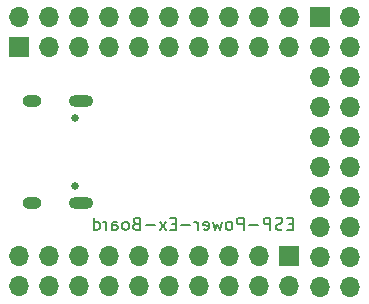
<source format=gbr>
%TF.GenerationSoftware,KiCad,Pcbnew,7.0.6*%
%TF.CreationDate,2023-09-22T01:58:40+08:00*%
%TF.ProjectId,power_ex_board,706f7765-725f-4657-985f-626f6172642e,rev?*%
%TF.SameCoordinates,Original*%
%TF.FileFunction,Soldermask,Bot*%
%TF.FilePolarity,Negative*%
%FSLAX46Y46*%
G04 Gerber Fmt 4.6, Leading zero omitted, Abs format (unit mm)*
G04 Created by KiCad (PCBNEW 7.0.6) date 2023-09-22 01:58:40*
%MOMM*%
%LPD*%
G01*
G04 APERTURE LIST*
%ADD10C,0.152400*%
%ADD11R,1.700000X1.700000*%
%ADD12O,1.700000X1.700000*%
%ADD13C,0.650000*%
%ADD14O,2.100000X1.000000*%
%ADD15O,1.600000X1.000000*%
G04 APERTURE END LIST*
D10*
X116802632Y-115057945D02*
X116463965Y-115057945D01*
X116318822Y-115590135D02*
X116802632Y-115590135D01*
X116802632Y-115590135D02*
X116802632Y-114574135D01*
X116802632Y-114574135D02*
X116318822Y-114574135D01*
X115931775Y-115541755D02*
X115786632Y-115590135D01*
X115786632Y-115590135D02*
X115544727Y-115590135D01*
X115544727Y-115590135D02*
X115447965Y-115541755D01*
X115447965Y-115541755D02*
X115399584Y-115493374D01*
X115399584Y-115493374D02*
X115351203Y-115396612D01*
X115351203Y-115396612D02*
X115351203Y-115299850D01*
X115351203Y-115299850D02*
X115399584Y-115203088D01*
X115399584Y-115203088D02*
X115447965Y-115154707D01*
X115447965Y-115154707D02*
X115544727Y-115106326D01*
X115544727Y-115106326D02*
X115738251Y-115057945D01*
X115738251Y-115057945D02*
X115835013Y-115009564D01*
X115835013Y-115009564D02*
X115883394Y-114961183D01*
X115883394Y-114961183D02*
X115931775Y-114864421D01*
X115931775Y-114864421D02*
X115931775Y-114767659D01*
X115931775Y-114767659D02*
X115883394Y-114670897D01*
X115883394Y-114670897D02*
X115835013Y-114622516D01*
X115835013Y-114622516D02*
X115738251Y-114574135D01*
X115738251Y-114574135D02*
X115496346Y-114574135D01*
X115496346Y-114574135D02*
X115351203Y-114622516D01*
X114915775Y-115590135D02*
X114915775Y-114574135D01*
X114915775Y-114574135D02*
X114528727Y-114574135D01*
X114528727Y-114574135D02*
X114431965Y-114622516D01*
X114431965Y-114622516D02*
X114383584Y-114670897D01*
X114383584Y-114670897D02*
X114335203Y-114767659D01*
X114335203Y-114767659D02*
X114335203Y-114912802D01*
X114335203Y-114912802D02*
X114383584Y-115009564D01*
X114383584Y-115009564D02*
X114431965Y-115057945D01*
X114431965Y-115057945D02*
X114528727Y-115106326D01*
X114528727Y-115106326D02*
X114915775Y-115106326D01*
X113899775Y-115203088D02*
X113125680Y-115203088D01*
X112641870Y-115590135D02*
X112641870Y-114574135D01*
X112641870Y-114574135D02*
X112254822Y-114574135D01*
X112254822Y-114574135D02*
X112158060Y-114622516D01*
X112158060Y-114622516D02*
X112109679Y-114670897D01*
X112109679Y-114670897D02*
X112061298Y-114767659D01*
X112061298Y-114767659D02*
X112061298Y-114912802D01*
X112061298Y-114912802D02*
X112109679Y-115009564D01*
X112109679Y-115009564D02*
X112158060Y-115057945D01*
X112158060Y-115057945D02*
X112254822Y-115106326D01*
X112254822Y-115106326D02*
X112641870Y-115106326D01*
X111480727Y-115590135D02*
X111577489Y-115541755D01*
X111577489Y-115541755D02*
X111625870Y-115493374D01*
X111625870Y-115493374D02*
X111674251Y-115396612D01*
X111674251Y-115396612D02*
X111674251Y-115106326D01*
X111674251Y-115106326D02*
X111625870Y-115009564D01*
X111625870Y-115009564D02*
X111577489Y-114961183D01*
X111577489Y-114961183D02*
X111480727Y-114912802D01*
X111480727Y-114912802D02*
X111335584Y-114912802D01*
X111335584Y-114912802D02*
X111238822Y-114961183D01*
X111238822Y-114961183D02*
X111190441Y-115009564D01*
X111190441Y-115009564D02*
X111142060Y-115106326D01*
X111142060Y-115106326D02*
X111142060Y-115396612D01*
X111142060Y-115396612D02*
X111190441Y-115493374D01*
X111190441Y-115493374D02*
X111238822Y-115541755D01*
X111238822Y-115541755D02*
X111335584Y-115590135D01*
X111335584Y-115590135D02*
X111480727Y-115590135D01*
X110803394Y-114912802D02*
X110609870Y-115590135D01*
X110609870Y-115590135D02*
X110416346Y-115106326D01*
X110416346Y-115106326D02*
X110222822Y-115590135D01*
X110222822Y-115590135D02*
X110029298Y-114912802D01*
X109255203Y-115541755D02*
X109351965Y-115590135D01*
X109351965Y-115590135D02*
X109545489Y-115590135D01*
X109545489Y-115590135D02*
X109642251Y-115541755D01*
X109642251Y-115541755D02*
X109690632Y-115444993D01*
X109690632Y-115444993D02*
X109690632Y-115057945D01*
X109690632Y-115057945D02*
X109642251Y-114961183D01*
X109642251Y-114961183D02*
X109545489Y-114912802D01*
X109545489Y-114912802D02*
X109351965Y-114912802D01*
X109351965Y-114912802D02*
X109255203Y-114961183D01*
X109255203Y-114961183D02*
X109206822Y-115057945D01*
X109206822Y-115057945D02*
X109206822Y-115154707D01*
X109206822Y-115154707D02*
X109690632Y-115251469D01*
X108771394Y-115590135D02*
X108771394Y-114912802D01*
X108771394Y-115106326D02*
X108723013Y-115009564D01*
X108723013Y-115009564D02*
X108674632Y-114961183D01*
X108674632Y-114961183D02*
X108577870Y-114912802D01*
X108577870Y-114912802D02*
X108481108Y-114912802D01*
X108142442Y-115203088D02*
X107368347Y-115203088D01*
X106884537Y-115057945D02*
X106545870Y-115057945D01*
X106400727Y-115590135D02*
X106884537Y-115590135D01*
X106884537Y-115590135D02*
X106884537Y-114574135D01*
X106884537Y-114574135D02*
X106400727Y-114574135D01*
X106062061Y-115590135D02*
X105529870Y-114912802D01*
X106062061Y-114912802D02*
X105529870Y-115590135D01*
X105142823Y-115203088D02*
X104368728Y-115203088D01*
X103546251Y-115057945D02*
X103401108Y-115106326D01*
X103401108Y-115106326D02*
X103352727Y-115154707D01*
X103352727Y-115154707D02*
X103304346Y-115251469D01*
X103304346Y-115251469D02*
X103304346Y-115396612D01*
X103304346Y-115396612D02*
X103352727Y-115493374D01*
X103352727Y-115493374D02*
X103401108Y-115541755D01*
X103401108Y-115541755D02*
X103497870Y-115590135D01*
X103497870Y-115590135D02*
X103884918Y-115590135D01*
X103884918Y-115590135D02*
X103884918Y-114574135D01*
X103884918Y-114574135D02*
X103546251Y-114574135D01*
X103546251Y-114574135D02*
X103449489Y-114622516D01*
X103449489Y-114622516D02*
X103401108Y-114670897D01*
X103401108Y-114670897D02*
X103352727Y-114767659D01*
X103352727Y-114767659D02*
X103352727Y-114864421D01*
X103352727Y-114864421D02*
X103401108Y-114961183D01*
X103401108Y-114961183D02*
X103449489Y-115009564D01*
X103449489Y-115009564D02*
X103546251Y-115057945D01*
X103546251Y-115057945D02*
X103884918Y-115057945D01*
X102723775Y-115590135D02*
X102820537Y-115541755D01*
X102820537Y-115541755D02*
X102868918Y-115493374D01*
X102868918Y-115493374D02*
X102917299Y-115396612D01*
X102917299Y-115396612D02*
X102917299Y-115106326D01*
X102917299Y-115106326D02*
X102868918Y-115009564D01*
X102868918Y-115009564D02*
X102820537Y-114961183D01*
X102820537Y-114961183D02*
X102723775Y-114912802D01*
X102723775Y-114912802D02*
X102578632Y-114912802D01*
X102578632Y-114912802D02*
X102481870Y-114961183D01*
X102481870Y-114961183D02*
X102433489Y-115009564D01*
X102433489Y-115009564D02*
X102385108Y-115106326D01*
X102385108Y-115106326D02*
X102385108Y-115396612D01*
X102385108Y-115396612D02*
X102433489Y-115493374D01*
X102433489Y-115493374D02*
X102481870Y-115541755D01*
X102481870Y-115541755D02*
X102578632Y-115590135D01*
X102578632Y-115590135D02*
X102723775Y-115590135D01*
X101514251Y-115590135D02*
X101514251Y-115057945D01*
X101514251Y-115057945D02*
X101562632Y-114961183D01*
X101562632Y-114961183D02*
X101659394Y-114912802D01*
X101659394Y-114912802D02*
X101852918Y-114912802D01*
X101852918Y-114912802D02*
X101949680Y-114961183D01*
X101514251Y-115541755D02*
X101611013Y-115590135D01*
X101611013Y-115590135D02*
X101852918Y-115590135D01*
X101852918Y-115590135D02*
X101949680Y-115541755D01*
X101949680Y-115541755D02*
X101998061Y-115444993D01*
X101998061Y-115444993D02*
X101998061Y-115348231D01*
X101998061Y-115348231D02*
X101949680Y-115251469D01*
X101949680Y-115251469D02*
X101852918Y-115203088D01*
X101852918Y-115203088D02*
X101611013Y-115203088D01*
X101611013Y-115203088D02*
X101514251Y-115154707D01*
X101030442Y-115590135D02*
X101030442Y-114912802D01*
X101030442Y-115106326D02*
X100982061Y-115009564D01*
X100982061Y-115009564D02*
X100933680Y-114961183D01*
X100933680Y-114961183D02*
X100836918Y-114912802D01*
X100836918Y-114912802D02*
X100740156Y-114912802D01*
X99966061Y-115590135D02*
X99966061Y-114574135D01*
X99966061Y-115541755D02*
X100062823Y-115590135D01*
X100062823Y-115590135D02*
X100256347Y-115590135D01*
X100256347Y-115590135D02*
X100353109Y-115541755D01*
X100353109Y-115541755D02*
X100401490Y-115493374D01*
X100401490Y-115493374D02*
X100449871Y-115396612D01*
X100449871Y-115396612D02*
X100449871Y-115106326D01*
X100449871Y-115106326D02*
X100401490Y-115009564D01*
X100401490Y-115009564D02*
X100353109Y-114961183D01*
X100353109Y-114961183D02*
X100256347Y-114912802D01*
X100256347Y-114912802D02*
X100062823Y-114912802D01*
X100062823Y-114912802D02*
X99966061Y-114961183D01*
D11*
%TO.C,3V3*%
X119121000Y-97541000D03*
D12*
X121661000Y-97541000D03*
X119121000Y-100081000D03*
X121661000Y-100081000D03*
X119121000Y-102621000D03*
X121661000Y-102621000D03*
X119121000Y-105161000D03*
X121661000Y-105161000D03*
X119121000Y-107701000D03*
X121661000Y-107701000D03*
X119121000Y-110241000D03*
X121661000Y-110241000D03*
X119121000Y-112781000D03*
X121661000Y-112781000D03*
X119121000Y-115321000D03*
X121661000Y-115321000D03*
X119121000Y-117861000D03*
X121661000Y-117861000D03*
X119121000Y-120401000D03*
X121661000Y-120401000D03*
%TD*%
D11*
%TO.C,Custom*%
X116474400Y-117841000D03*
D12*
X116474400Y-120381000D03*
X113934400Y-117841000D03*
X113934400Y-120381000D03*
X111394400Y-117841000D03*
X111394400Y-120381000D03*
X108854400Y-117841000D03*
X108854400Y-120381000D03*
X106314400Y-117841000D03*
X106314400Y-120381000D03*
X103774400Y-117841000D03*
X103774400Y-120381000D03*
X101234400Y-117841000D03*
X101234400Y-120381000D03*
X98694400Y-117841000D03*
X98694400Y-120381000D03*
X96154400Y-117841000D03*
X96154400Y-120381000D03*
X93614400Y-117841000D03*
X93614400Y-120381000D03*
%TD*%
D11*
%TO.C,5V*%
X93624400Y-100091000D03*
D12*
X93624400Y-97551000D03*
X96164400Y-100091000D03*
X96164400Y-97551000D03*
X98704400Y-100091000D03*
X98704400Y-97551000D03*
X101244400Y-100091000D03*
X101244400Y-97551000D03*
X103784400Y-100091000D03*
X103784400Y-97551000D03*
X106324400Y-100091000D03*
X106324400Y-97551000D03*
X108864400Y-100091000D03*
X108864400Y-97551000D03*
X111404400Y-100091000D03*
X111404400Y-97551000D03*
X113944400Y-100091000D03*
X113944400Y-97551000D03*
X116484400Y-100091000D03*
X116484400Y-97551000D03*
%TD*%
D13*
%TO.C,J1*%
X98358000Y-106076000D03*
X98358000Y-111856000D03*
D14*
X98888000Y-104646000D03*
D15*
X94708000Y-104646000D03*
D14*
X98888000Y-113286000D03*
D15*
X94708000Y-113286000D03*
%TD*%
M02*

</source>
